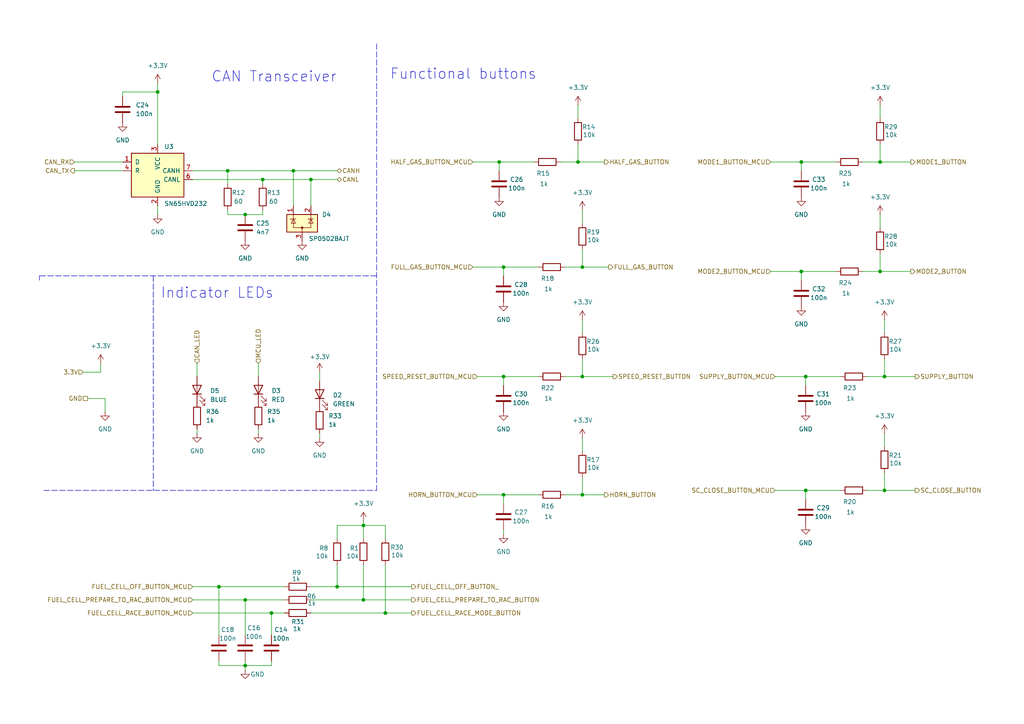
<source format=kicad_sch>
(kicad_sch (version 20250114) (generator "eeschema") (generator_version "9.0")
  (paper "A4")
  (title_block (title "Steering_wheel_unit_io") (date "2025-03-22"))
  (lib_symbols
    (symbol "+3.3V_1" (power) (pin_numbers (hide yes)) (pin_names (offset 0) (hide yes))
      (property "Value" "+3.3V" (at 0 3.556 0))
      (symbol "+3.3V_1_0_1"
        (polyline (pts (xy -0.762 1.27) (xy 0 2.54)))
        (polyline (pts (xy 0 2.54) (xy 0.762 1.27)))
        (polyline (pts (xy 0 0) (xy 0 2.54)))
      )
      (symbol "+3.3V_1_1_1"
        (pin power_in line (at 0 0 90) (length 0) (name "~") (number "1"))
      )
    )
    (symbol "+3.3V_2" (power) (pin_numbers (hide yes)) (pin_names (offset 0) (hide yes))
      (property "Value" "+3.3V" (at 0 3.556 0))
      (symbol "+3.3V_2_0_1"
        (polyline (pts (xy -0.762 1.27) (xy 0 2.54)))
        (polyline (pts (xy 0 2.54) (xy 0.762 1.27)))
        (polyline (pts (xy 0 0) (xy 0 2.54)))
      )
      (symbol "+3.3V_2_1_1"
        (pin power_in line (at 0 0 90) (length 0) (name "~") (number "1"))
      )
    )
    (symbol "+3.3V_3" (power) (pin_numbers (hide yes)) (pin_names (offset 0) (hide yes))
      (property "Value" "+3.3V" (at 0 3.556 0))
      (symbol "+3.3V_3_0_1"
        (polyline (pts (xy -0.762 1.27) (xy 0 2.54)))
        (polyline (pts (xy 0 2.54) (xy 0.762 1.27)))
        (polyline (pts (xy 0 0) (xy 0 2.54)))
      )
      (symbol "+3.3V_3_1_1"
        (pin power_in line (at 0 0 90) (length 0) (name "~") (number "1"))
      )
    )
    (symbol "+3.3V_4" (power) (pin_numbers (hide yes)) (pin_names (offset 0) (hide yes))
      (property "Value" "+3.3V" (at 0 3.556 0))
      (symbol "+3.3V_4_0_1"
        (polyline (pts (xy -0.762 1.27) (xy 0 2.54)))
        (polyline (pts (xy 0 2.54) (xy 0.762 1.27)))
        (polyline (pts (xy 0 0) (xy 0 2.54)))
      )
      (symbol "+3.3V_4_1_1"
        (pin power_in line (at 0 0 90) (length 0) (name "~") (number "1"))
      )
    )
    (symbol "Device:C" (pin_numbers (hide yes)) (pin_names (offset 0.254))
      (property "Reference" "C" (at 0.635 2.54 0))
      (property "Value" "C" (at 0.635 -2.54 0))
      (symbol "C_0_1"
        (polyline (pts (xy -2.032 0.762) (xy 2.032 0.762)) (stroke (width 0.508)))
        (polyline (pts (xy -2.032 -0.762) (xy 2.032 -0.762)) (stroke (width 0.508)))
      )
      (symbol "C_1_1"
        (pin passive line (at 0 3.81 270) (length 2.794) (name "~") (number "1"))
        (pin passive line (at 0 -3.81 90) (length 2.794) (name "~") (number "2"))
      )
    )
    (symbol "Device:LED" (pin_numbers (hide yes)) (pin_names (offset 1.016) (hide yes))
      (property "Reference" "D" (at 0 2.54 0))
      (property "Value" "LED" (at 0 -2.54 0))
      (symbol "LED_0_1"
        (polyline (pts (xy -3.048 -0.762) (xy -4.572 -2.286) (xy -3.81 -2.286) (xy -4.572 -2.286) (xy -4.572 -1.524)))
        (polyline (pts (xy -1.778 -0.762) (xy -3.302 -2.286) (xy -2.54 -2.286) (xy -3.302 -2.286) (xy -3.302 -1.524)))
        (polyline (pts (xy -1.27 0) (xy 1.27 0)))
        (polyline (pts (xy -1.27 -1.27) (xy -1.27 1.27)) (stroke (width 0.254)))
        (polyline (pts (xy 1.27 -1.27) (xy 1.27 1.27) (xy -1.27 0) (xy 1.27 -1.27)) (stroke (width 0.254)))
      )
      (symbol "LED_1_1"
        (pin passive line (at -3.81 0 0) (length 2.54) (name "K") (number "1"))
        (pin passive line (at 3.81 0 180) (length 2.54) (name "A") (number "2"))
      )
    )
    (symbol "Device:R" (pin_numbers (hide yes)) (pin_names (offset 0))
      (property "Reference" "R" (at 2.032 0 90))
      (property "Value" "R" (at 0 0 90))
      (symbol "R_0_1"
        (rectangle (start -1.016 -2.54) (end 1.016 2.54) (stroke (width 0.254)))
      )
      (symbol "R_1_1"
        (pin passive line (at 0 3.81 270) (length 1.27) (name "~") (number "1"))
        (pin passive line (at 0 -3.81 90) (length 1.27) (name "~") (number "2"))
      )
    )
    (symbol "GND_1" (power) (pin_numbers (hide yes)) (pin_names (offset 0) (hide yes))
      (property "Value" "GND" (at 0 -3.81 0))
      (symbol "GND_1_0_1"
        (polyline (pts (xy 0 0) (xy 0 -1.27) (xy 1.27 -1.27) (xy 0 -2.54) (xy -1.27 -1.27) (xy 0 -1.27)))
      )
      (symbol "GND_1_1_1"
        (pin power_in line (at 0 0 270) (length 0) (name "~") (number "1"))
      )
    )
    (symbol "GND_2" (power) (pin_numbers (hide yes)) (pin_names (offset 0) (hide yes))
      (property "Value" "GND" (at 0 -3.81 0))
      (symbol "GND_2_0_1"
        (polyline (pts (xy 0 0) (xy 0 -1.27) (xy 1.27 -1.27) (xy 0 -2.54) (xy -1.27 -1.27) (xy 0 -1.27)))
      )
      (symbol "GND_2_1_1"
        (pin power_in line (at 0 0 270) (length 0) (name "~") (number "1"))
      )
    )
    (symbol "GND_3" (power) (pin_numbers (hide yes)) (pin_names (offset 0) (hide yes))
      (property "Value" "GND" (at 0 -3.81 0))
      (symbol "GND_3_0_1"
        (polyline (pts (xy 0 0) (xy 0 -1.27) (xy 1.27 -1.27) (xy 0 -2.54) (xy -1.27 -1.27) (xy 0 -1.27)))
      )
      (symbol "GND_3_1_1"
        (pin power_in line (at 0 0 270) (length 0) (name "~") (number "1"))
      )
    )
    (symbol "Interface_CAN_LIN:SN65HVD232" (pin_names (offset 1.016))
      (property "Reference" "U" (at -2.54 10.16 0))
      (property "Value" "SN65HVD232" (at -2.54 7.62 0))
      (symbol "SN65HVD232_0_1"
        (rectangle (start -7.62 5.08) (end 7.62 -7.62) (stroke (width 0.254)) (fill (type background)))
      )
      (symbol "SN65HVD232_1_1"
        (pin input line (at -10.16 2.54 0) (length 2.54) (name "D") (number "1"))
        (pin output line (at -10.16 0 0) (length 2.54) (name "R") (number "4"))
        (pin no_connect line (at -7.62 -2.54 0) (length 2.54) (hide yes) (name "NC") (number "5"))
        (pin no_connect line (at -7.62 -5.08 0) (length 2.54) (hide yes) (name "NC") (number "8"))
        (pin power_in line (at 0 7.62 270) (length 2.54) (name "VCC") (number "3"))
        (pin power_in line (at 0 -10.16 90) (length 2.54) (name "GND") (number "2"))
        (pin bidirectional line (at 10.16 0 180) (length 2.54) (name "CANH") (number "7"))
        (pin bidirectional line (at 10.16 -2.54 180) (length 2.54) (name "CANL") (number "6"))
      )
    )
    (symbol "Power_Protection:SP0502BAJT" (pin_names (hide yes))
      (property "Reference" "D" (at 5.715 2.54 0))
      (property "Value" "SP0502BAJT" (at 5.715 0.635 0))
      (symbol "SP0502BAJT_0_0"
        (pin passive line (at 0 -5.08 90) (length 2.54) (name "A") (number "3"))
      )
      (symbol "SP0502BAJT_0_1"
        (rectangle (start -4.445 2.54) (end 4.445 -2.54) (stroke (width 0.254)) (fill (type background)))
        (polyline (pts (xy -3.302 1.016) (xy -3.302 1.27) (xy -1.905 1.27) (xy -1.778 1.27)))
        (polyline (pts (xy -2.54 2.54) (xy -2.54 1.27)))
        (polyline (pts (xy -2.54 1.27) (xy -2.54 -1.27) (xy 2.54 -1.27) (xy 2.54 1.27)))
        (polyline (pts (xy -2.54 1.27) (xy -1.905 0) (xy -3.175 0) (xy -2.54 1.27)))
        (polyline (pts (xy 0 -1.27) (xy 0 -2.54)))
        (circle (center 0 -1.27) (radius 0.254) (fill (type outline)))
        (polyline (pts (xy 1.778 1.016) (xy 1.778 1.27) (xy 3.175 1.27) (xy 3.302 1.27)))
        (polyline (pts (xy 2.54 2.54) (xy 2.54 1.27)))
        (polyline (pts (xy 2.54 1.27) (xy 1.905 0) (xy 3.175 0) (xy 2.54 1.27)))
      )
      (symbol "SP0502BAJT_1_1"
        (pin passive line (at -2.54 5.08 270) (length 2.54) (name "K") (number "1"))
        (pin passive line (at 2.54 5.08 270) (length 2.54) (name "K") (number "2"))
      )
    )
    (symbol "power:+3.3V" (power) (pin_numbers (hide yes)) (pin_names (offset 0) (hide yes))
      (property "Value" "+3.3V" (at 0 3.556 0))
      (symbol "+3.3V_0_1"
        (polyline (pts (xy -0.762 1.27) (xy 0 2.54)))
        (polyline (pts (xy 0 2.54) (xy 0.762 1.27)))
        (polyline (pts (xy 0 0) (xy 0 2.54)))
      )
      (symbol "+3.3V_1_1"
        (pin power_in line (at 0 0 90) (length 0) (name "~") (number "1"))
      )
    )
    (symbol "power:GND" (power) (pin_numbers (hide yes)) (pin_names (offset 0) (hide yes))
      (property "Value" "GND" (at 0 -3.81 0))
      (symbol "GND_0_1"
        (polyline (pts (xy 0 0) (xy 0 -1.27) (xy 1.27 -1.27) (xy 0 -2.54) (xy -1.27 -1.27) (xy 0 -1.27)))
      )
      (symbol "GND_1_1"
        (pin power_in line (at 0 0 270) (length 0) (name "~") (number "1"))
      )
    )
  )
  (text "Functional buttons" (at 134.366 21.59 0) (effects (font (size 3 3))))
  (text "Indicator LEDs\n" (at 62.992 85.09 0) (effects (font (size 3 3))))
  (text "CAN Transceiver\n" (at 79.502 22.352 0) (effects (font (size 3 3))))
  (junction (at 255.27 46.99))
  (junction (at 233.68 109.22))
  (junction (at 146.05 109.22))
  (junction (at 71.12 62.23))
  (junction (at 85.09 49.53))
  (junction (at 97.79 170.18))
  (junction (at 71.12 193.04))
  (junction (at 168.91 109.22))
  (junction (at 45.72 26.67))
  (junction (at 233.68 142.24))
  (junction (at 256.54 109.22))
  (junction (at 71.12 173.99))
  (junction (at 105.41 173.99))
  (junction (at 232.41 78.74))
  (junction (at 144.78 46.99))
  (junction (at 105.41 152.4))
  (junction (at 168.91 143.51))
  (junction (at 232.41 46.99))
  (junction (at 111.76 177.8))
  (junction (at 168.91 77.47))
  (junction (at 146.05 77.47))
  (junction (at 63.5 170.18))
  (junction (at 167.64 46.99))
  (junction (at 66.04 49.53))
  (junction (at 146.05 143.51))
  (junction (at 76.2 52.07))
  (junction (at 90.17 52.07))
  (junction (at 256.54 142.24))
  (junction (at 78.74 177.8))
  (junction (at 255.27 78.74))
  (wire (pts (xy 232.41 78.74) (xy 232.41 81.28)))
  (wire (pts (xy 223.52 46.99) (xy 232.41 46.99)))
  (wire (pts (xy 255.27 62.23) (xy 255.27 66.04)))
  (wire (pts (xy 57.15 124.46) (xy 57.15 125.73)))
  (wire (pts (xy 137.16 46.99) (xy 144.78 46.99)))
  (wire (pts (xy 97.79 163.83) (xy 97.79 170.18)))
  (wire (pts (xy 71.12 62.23) (xy 76.2 62.23)))
  (wire (pts (xy 168.91 77.47) (xy 176.53 77.47)))
  (wire (pts (xy 168.91 138.43) (xy 168.91 143.51)))
  (wire (pts (xy 163.83 77.47) (xy 168.91 77.47)))
  (wire (pts (xy 146.05 153.67) (xy 146.05 154.94)))
  (wire (pts (xy 250.19 78.74) (xy 255.27 78.74)))
  (wire (pts (xy 21.59 49.53) (xy 35.56 49.53)))
  (wire (pts (xy 76.2 52.07) (xy 76.2 53.34)))
  (wire (pts (xy 74.93 105.41) (xy 74.93 109.22)))
  (wire (pts (xy 163.83 109.22) (xy 168.91 109.22)))
  (wire (pts (xy 111.76 163.83) (xy 111.76 177.8)))
  (wire (pts (xy 105.41 173.99) (xy 119.38 173.99)))
  (wire (pts (xy 156.21 143.51) (xy 146.05 143.51)))
  (wire (pts (xy 105.41 152.4) (xy 105.41 156.21)))
  (wire (pts (xy 111.76 177.8) (xy 119.38 177.8)))
  (wire (pts (xy 223.52 78.74) (xy 232.41 78.74)))
  (wire (pts (xy 242.57 46.99) (xy 232.41 46.99)))
  (wire (pts (xy 168.91 60.96) (xy 168.91 64.77)))
  (wire (pts (xy 71.12 193.04) (xy 71.12 191.77)))
  (wire (pts (xy 224.79 142.24) (xy 233.68 142.24)))
  (wire (pts (xy 146.05 77.47) (xy 146.05 80.01)))
  (wire (pts (xy 138.43 143.51) (xy 146.05 143.51)))
  (wire (pts (xy 167.64 46.99) (xy 175.26 46.99)))
  (wire (pts (xy 66.04 49.53) (xy 66.04 53.34)))
  (wire (pts (xy 30.48 115.57) (xy 30.48 119.38)))
  (wire (pts (xy 92.71 125.73) (xy 92.71 127)))
  (wire (pts (xy 167.64 41.91) (xy 167.64 46.99)))
  (polyline (pts (xy 11.43 80.01) (xy 11.43 81.28)) (stroke (width 0) (type dash)))
  (wire (pts (xy 97.79 170.18) (xy 119.38 170.18)))
  (wire (pts (xy 168.91 92.71) (xy 168.91 96.52)))
  (wire (pts (xy 35.56 26.67) (xy 45.72 26.67)))
  (wire (pts (xy 63.5 170.18) (xy 63.5 184.15)))
  (wire (pts (xy 21.59 46.99) (xy 35.56 46.99)))
  (wire (pts (xy 255.27 78.74) (xy 264.16 78.74)))
  (wire (pts (xy 71.12 193.04) (xy 71.12 194.31)))
  (wire (pts (xy 233.68 109.22) (xy 233.68 111.76)))
  (wire (pts (xy 90.17 173.99) (xy 105.41 173.99)))
  (wire (pts (xy 90.17 177.8) (xy 111.76 177.8)))
  (wire (pts (xy 256.54 92.71) (xy 256.54 96.52)))
  (wire (pts (xy 92.71 107.95) (xy 92.71 110.49)))
  (wire (pts (xy 255.27 73.66) (xy 255.27 78.74)))
  (wire (pts (xy 74.93 124.46) (xy 74.93 125.73)))
  (wire (pts (xy 137.16 77.47) (xy 146.05 77.47)))
  (wire (pts (xy 232.41 46.99) (xy 232.41 49.53)))
  (wire (pts (xy 78.74 193.04) (xy 71.12 193.04)))
  (wire (pts (xy 24.13 107.95) (xy 29.21 107.95)))
  (wire (pts (xy 78.74 177.8) (xy 82.55 177.8)))
  (wire (pts (xy 71.12 173.99) (xy 82.55 173.99)))
  (wire (pts (xy 168.91 127) (xy 168.91 130.81)))
  (wire (pts (xy 168.91 109.22) (xy 177.8 109.22)))
  (wire (pts (xy 144.78 46.99) (xy 144.78 49.53)))
  (wire (pts (xy 167.64 30.48) (xy 167.64 34.29)))
  (wire (pts (xy 168.91 143.51) (xy 175.26 143.51)))
  (wire (pts (xy 63.5 193.04) (xy 71.12 193.04)))
  (wire (pts (xy 256.54 104.14) (xy 256.54 109.22)))
  (wire (pts (xy 85.09 49.53) (xy 85.09 59.69)))
  (wire (pts (xy 55.88 52.07) (xy 76.2 52.07)))
  (wire (pts (xy 250.19 46.99) (xy 255.27 46.99)))
  (polyline (pts (xy 109.22 80.01) (xy 11.43 80.01)) (stroke (width 0) (type dash)))
  (wire (pts (xy 55.88 170.18) (xy 63.5 170.18)))
  (wire (pts (xy 78.74 177.8) (xy 78.74 184.15)))
  (wire (pts (xy 168.91 104.14) (xy 168.91 109.22)))
  (polyline (pts (xy 44.45 80.01) (xy 44.45 142.24)) (stroke (width 0) (type dash)))
  (wire (pts (xy 97.79 152.4) (xy 105.41 152.4)))
  (wire (pts (xy 66.04 62.23) (xy 71.12 62.23)))
  (wire (pts (xy 105.41 152.4) (xy 111.76 152.4)))
  (wire (pts (xy 154.94 46.99) (xy 144.78 46.99)))
  (wire (pts (xy 90.17 52.07) (xy 97.79 52.07)))
  (polyline (pts (xy 12.7 142.24) (xy 109.22 142.24)) (stroke (width 0) (type dash)))
  (wire (pts (xy 156.21 109.22) (xy 146.05 109.22)))
  (wire (pts (xy 55.88 177.8) (xy 78.74 177.8)))
  (wire (pts (xy 76.2 52.07) (xy 90.17 52.07)))
  (wire (pts (xy 57.15 105.41) (xy 57.15 109.22)))
  (wire (pts (xy 146.05 143.51) (xy 146.05 146.05)))
  (wire (pts (xy 66.04 49.53) (xy 85.09 49.53)))
  (wire (pts (xy 168.91 72.39) (xy 168.91 77.47)))
  (wire (pts (xy 162.56 46.99) (xy 167.64 46.99)))
  (wire (pts (xy 251.46 142.24) (xy 256.54 142.24)))
  (wire (pts (xy 35.56 27.94) (xy 35.56 26.67)))
  (wire (pts (xy 243.84 109.22) (xy 233.68 109.22)))
  (wire (pts (xy 63.5 191.77) (xy 63.5 193.04)))
  (wire (pts (xy 256.54 137.16) (xy 256.54 142.24)))
  (wire (pts (xy 242.57 78.74) (xy 232.41 78.74)))
  (wire (pts (xy 255.27 46.99) (xy 264.16 46.99)))
  (wire (pts (xy 55.88 49.53) (xy 66.04 49.53)))
  (wire (pts (xy 146.05 109.22) (xy 146.05 111.76)))
  (wire (pts (xy 63.5 170.18) (xy 82.55 170.18)))
  (wire (pts (xy 45.72 24.13) (xy 45.72 26.67)))
  (wire (pts (xy 111.76 152.4) (xy 111.76 156.21)))
  (wire (pts (xy 97.79 152.4) (xy 97.79 156.21)))
  (wire (pts (xy 71.12 173.99) (xy 71.12 184.15)))
  (wire (pts (xy 255.27 41.91) (xy 255.27 46.99)))
  (wire (pts (xy 251.46 109.22) (xy 256.54 109.22)))
  (wire (pts (xy 90.17 52.07) (xy 90.17 59.69)))
  (wire (pts (xy 85.09 49.53) (xy 97.79 49.53)))
  (wire (pts (xy 45.72 26.67) (xy 45.72 41.91)))
  (wire (pts (xy 256.54 125.73) (xy 256.54 129.54)))
  (wire (pts (xy 25.4 115.57) (xy 30.48 115.57)))
  (wire (pts (xy 78.74 191.77) (xy 78.74 193.04)))
  (wire (pts (xy 55.88 173.99) (xy 71.12 173.99)))
  (wire (pts (xy 156.21 77.47) (xy 146.05 77.47)))
  (wire (pts (xy 256.54 109.22) (xy 265.43 109.22)))
  (wire (pts (xy 45.72 59.69) (xy 45.72 62.23)))
  (wire (pts (xy 255.27 30.48) (xy 255.27 34.29)))
  (wire (pts (xy 163.83 143.51) (xy 168.91 143.51)))
  (wire (pts (xy 29.21 105.41) (xy 29.21 107.95)))
  (wire (pts (xy 224.79 109.22) (xy 233.68 109.22)))
  (wire (pts (xy 90.17 170.18) (xy 97.79 170.18)))
  (wire (pts (xy 66.04 62.23) (xy 66.04 60.96)))
  (polyline (pts (xy 109.22 12.7) (xy 109.22 142.24)) (stroke (width 0) (type dash)))
  (wire (pts (xy 76.2 62.23) (xy 76.2 60.96)))
  (wire (pts (xy 105.41 173.99) (xy 105.41 163.83)))
  (wire (pts (xy 138.43 109.22) (xy 146.05 109.22)))
  (wire (pts (xy 233.68 142.24) (xy 233.68 144.78)))
  (wire (pts (xy 243.84 142.24) (xy 233.68 142.24)))
  (wire (pts (xy 256.54 142.24) (xy 265.43 142.24)))
  (wire (pts (xy 105.41 151.13) (xy 105.41 152.4)))
  (hierarchical_label "SC_CLOSE_BUTTON_MCU" (shape input) (at 224.79 142.24 180))
  (hierarchical_label "MODE2_BUTTON" (shape output) (at 264.16 78.74 0))
  (hierarchical_label "FUEL_CELL_RACE_BUTTON_MCU" (shape input) (at 55.88 177.8 180))
  (hierarchical_label "SUPPLY_BUTTON" (shape output) (at 265.43 109.22 0))
  (hierarchical_label "MODE1_BUTTON_MCU" (shape input) (at 223.52 46.99 180))
  (hierarchical_label "FUEL_CELL_OFF_BUTTON_" (shape output) (at 119.38 170.18 0))
  (hierarchical_label "SC_CLOSE_BUTTON" (shape output) (at 265.43 142.24 0))
  (hierarchical_label "MODE1_BUTTON" (shape output) (at 264.16 46.99 0))
  (hierarchical_label "SPEED_RESET_BUTTON" (shape output) (at 177.8 109.22 0))
  (hierarchical_label "SPEED_RESET_BUTTON_MCU" (shape input) (at 138.43 109.22 180))
  (hierarchical_label "MCU_LED" (shape input) (at 74.93 105.41 90))
  (hierarchical_label "GND" (shape passive) (at 25.4 115.57 180))
  (hierarchical_label "MODE2_BUTTON_MCU" (shape input) (at 223.52 78.74 180))
  (hierarchical_label "FUEL_CELL_OFF_BUTTON_MCU" (shape input) (at 55.88 170.18 180))
  (hierarchical_label "HALF_GAS_BUTTON" (shape output) (at 175.26 46.99 0))
  (hierarchical_label "CANH" (shape bidirectional) (at 97.79 49.53 0))
  (hierarchical_label "CAN_RX" (shape input) (at 21.59 46.99 180))
  (hierarchical_label "FULL_GAS_BUTTON" (shape output) (at 176.53 77.47 0))
  (hierarchical_label "CAN_TX" (shape output) (at 21.59 49.53 180))
  (hierarchical_label "CAN_LED" (shape input) (at 57.15 105.41 90))
  (hierarchical_label "HORN_BUTTON_MCU" (shape input) (at 138.43 143.51 180))
  (hierarchical_label "HORN_BUTTON" (shape output) (at 175.26 143.51 0))
  (hierarchical_label "FUEL_CELL_RACE_MODE_BUTTON" (shape output) (at 119.38 177.8 0))
  (hierarchical_label "SUPPLY_BUTTON_MCU" (shape input) (at 224.79 109.22 180))
  (hierarchical_label "CANL" (shape bidirectional) (at 97.79 52.07 0))
  (hierarchical_label "HALF_GAS_BUTTON_MCU" (shape input) (at 137.16 46.99 180))
  (hierarchical_label "FUEL_CELL_PREPARE_TO_RAC_BUTTON" (shape output) (at 119.38 173.99 0))
  (hierarchical_label "FULL_GAS_BUTTON_MCU" (shape input) (at 137.16 77.47 180))
  (hierarchical_label "3.3V" (shape input) (at 24.13 107.95 180))
  (hierarchical_label "FUEL_CELL_PREPARE_TO_RAC_BUTTON_MCU" (shape input) (at 55.88 173.99 180))
  (symbol (lib_id "Device:R") (at 246.38 46.99 90) (unit 1)
    (property "Reference" "R25" (at 247.142 50.292 90) (effects (justify left)))
    (property "Value" "1k" (at 246.634 53.34 90) (effects (justify left)))
    (property "Footprint" "Resistor_SMD:R_1206_3216Metric" (effects (hide yes)))
  )
  (symbol (lib_id "Device:R") (at 97.79 160.02 180) (unit 1)
    (property "Reference" "R8" (at 95.25 159.004 0) (effects (justify left)))
    (property "Value" "10k" (at 95.25 161.29 0) (effects (justify left)))
    (property "Footprint" "Resistor_SMD:R_1206_3216Metric" (effects (hide yes)))
  )
  (symbol (lib_id "Device:LED") (at 92.71 114.3 90) (unit 1)
    (property "Reference" "D2" (at 96.52 114.6174 90) (effects (justify right)))
    (property "Value" "GREEN" (at 96.52 117.1574 90) (effects (justify right)))
    (property "Footprint" "LED_SMD:LED_1206_3216Metric" (effects (hide yes)))
    (property "Description" "Light emitting diode" (effects (hide yes)))
    (property "Sim.Pins" "1=K 2=A" (effects (hide yes)))
  )
  (symbol (lib_name "GND_2") (lib_id "power:GND") (at 30.48 119.38 0) (unit 1)
    (property "Reference" "#PWR037" (effects (hide yes)))
    (property "Value" "GND" (at 30.48 124.46 0))
    (property "Description" "Power symbol creates a global label with name \"GND\" , ground" (effects (hide yes)))
  )
  (symbol (lib_name "+3.3V_2") (lib_id "power:+3.3V") (at 255.27 30.48 0) (unit 1)
    (property "Reference" "#PWR053" (effects (hide yes)))
    (property "Value" "+3.3V" (at 255.27 25.4 0))
    (property "Description" "Power symbol creates a global label with name \"+3.3V\"" (effects (hide yes)))
  )
  (symbol (lib_name "GND_2") (lib_id "power:GND") (at 233.68 152.4 0) (unit 1)
    (property "Reference" "#PWR043" (effects (hide yes)))
    (property "Value" "GND" (at 233.68 157.48 0))
    (property "Description" "Power symbol creates a global label with name \"GND\" , ground" (effects (hide yes)))
  )
  (symbol (lib_id "Device:R") (at 66.04 57.15 180) (unit 1)
    (property "Reference" "R12" (at 71.12 55.88 0) (effects (justify left)))
    (property "Value" "60" (at 70.485 58.42 0) (effects (justify left)))
    (property "Footprint" "Resistor_SMD:R_1206_3216Metric" (effects (hide yes)))
  )
  (symbol (lib_id "Device:R") (at 167.64 38.1 180) (unit 1)
    (property "Reference" "R14" (at 172.72 36.83 0) (effects (justify left)))
    (property "Value" "10k" (at 172.72 39.116 0) (effects (justify left)))
    (property "Footprint" "Resistor_SMD:R_1206_3216Metric" (effects (hide yes)))
  )
  (symbol (lib_name "GND_2") (lib_id "power:GND") (at 35.56 35.56 0) (unit 1)
    (property "Reference" "#PWR030" (effects (hide yes)))
    (property "Value" "GND" (at 35.56 40.64 0))
    (property "Description" "Power symbol creates a global label with name \"GND\" , ground" (effects (hide yes)))
  )
  (symbol (lib_name "+3.3V_3") (lib_id "power:+3.3V") (at 105.41 151.13 0) (unit 1)
    (property "Reference" "#PWR054" (effects (hide yes)))
    (property "Value" "+3.3V" (at 105.41 146.05 0))
    (property "Description" "Power symbol creates a global label with name \"+3.3V\"" (effects (hide yes)))
  )
  (symbol (lib_name "GND_1") (lib_id "power:GND") (at 71.12 194.31 0) (unit 1)
    (property "Reference" "#PWR061" (effects (hide yes)))
    (property "Value" "GND" (at 74.676 195.58 0))
    (property "Description" "Power symbol creates a global label with name \"GND\" , ground" (effects (hide yes)))
  )
  (symbol (lib_id "Device:R") (at 105.41 160.02 180) (unit 1)
    (property "Reference" "R1" (at 104.14 159.004 0) (effects (justify left)))
    (property "Value" "10k" (at 104.14 161.29 0) (effects (justify left)))
    (property "Footprint" "Resistor_SMD:R_1206_3216Metric" (effects (hide yes)))
  )
  (symbol (lib_name "+3.3V_1") (lib_id "power:+3.3V") (at 167.64 30.48 0) (unit 1)
    (property "Reference" "#PWR040" (effects (hide yes)))
    (property "Value" "+3.3V" (at 167.64 25.4 0))
    (property "Description" "Power symbol creates a global label with name \"+3.3V\"" (effects (hide yes)))
  )
  (symbol (lib_id "Device:R") (at 86.36 177.8 90) (unit 1)
    (property "Reference" "R31" (at 88.392 180.34 90) (effects (justify left)))
    (property "Value" "1k" (at 87.376 182.372 90) (effects (justify left)))
    (property "Footprint" "Resistor_SMD:R_1206_3216Metric" (effects (hide yes)))
  )
  (symbol (lib_id "Interface_CAN_LIN:SN65HVD232") (at 45.72 49.53 0) (unit 1)
    (property "Reference" "U3" (at 47.625 42.545 0) (effects (justify left)))
    (property "Value" "SN65HVD232" (at 47.625 59.055 0) (effects (justify left)))
    (property "Footprint" "Package_SO:SOIC-8_3.9x4.9mm_P1.27mm" (effects (hide yes)))
    (property "Datasheet" "http://www.ti.com/lit/ds/symlink/sn65hvd230.pdf" (effects (hide yes)))
  )
  (symbol (lib_id "Device:C") (at 71.12 66.04 0) (unit 1)
    (property "Reference" "C25" (at 76.2 64.77 0))
    (property "Value" "4n7" (at 76.2 67.31 0))
    (property "Footprint" "Capacitor_SMD:C_1206_3216Metric" (effects (hide yes)))
  )
  (symbol (lib_id "Device:C") (at 232.41 85.09 0) (unit 1)
    (property "Reference" "C32" (at 237.49 83.82 0))
    (property "Value" "100n" (at 237.49 86.36 0))
    (property "Footprint" "Capacitor_SMD:C_1206_3216Metric" (effects (hide yes)))
  )
  (symbol (lib_id "Device:C") (at 78.74 187.96 0) (unit 1)
    (property "Reference" "C14" (at 81.534 182.626 0))
    (property "Value" "100n" (at 81.534 185.166 0))
    (property "Footprint" "Capacitor_SMD:C_1206_3216Metric" (effects (hide yes)))
  )
  (symbol (lib_id "Device:LED") (at 74.93 113.03 90) (unit 1)
    (property "Reference" "D3" (at 78.74 113.3474 90) (effects (justify right)))
    (property "Value" "RED" (at 78.74 115.8874 90) (effects (justify right)))
    (property "Footprint" "LED_SMD:LED_1206_3216Metric" (effects (hide yes)))
    (property "Description" "Light emitting diode" (effects (hide yes)))
    (property "Sim.Pins" "1=K 2=A" (effects (hide yes)))
  )
  (symbol (lib_name "+3.3V_2") (lib_id "power:+3.3V") (at 256.54 92.71 0) (unit 1)
    (property "Reference" "#PWR046" (effects (hide yes)))
    (property "Value" "+3.3V" (at 256.54 87.63 0))
    (property "Description" "Power symbol creates a global label with name \"+3.3V\"" (effects (hide yes)))
  )
  (symbol (lib_id "Device:R") (at 92.71 121.92 0) (unit 1)
    (property "Reference" "R33" (at 95.25 120.6499 0) (effects (justify left)))
    (property "Value" "1k" (at 95.25 123.1899 0) (effects (justify left)))
    (property "Footprint" "Resistor_SMD:R_1206_3216Metric" (effects (hide yes)))
  )
  (symbol (lib_id "Device:C") (at 146.05 115.57 0) (unit 1)
    (property "Reference" "C30" (at 151.13 114.3 0))
    (property "Value" "100n" (at 151.13 116.84 0))
    (property "Footprint" "Capacitor_SMD:C_1206_3216Metric" (effects (hide yes)))
  )
  (symbol (lib_id "Device:C") (at 63.5 187.96 0) (unit 1)
    (property "Reference" "C18" (at 66.04 182.626 0))
    (property "Value" "100n" (at 66.04 185.166 0))
    (property "Footprint" "Capacitor_SMD:C_1206_3216Metric" (effects (hide yes)))
  )
  (symbol (lib_id "power:+3.3V") (at 92.71 107.95 0) (unit 1)
    (property "Reference" "#PWR082" (effects (hide yes)))
    (property "Value" "+3.3V" (at 92.71 103.505 0))
  )
  (symbol (lib_name "GND_2") (lib_id "power:GND") (at 45.72 62.23 0) (unit 1)
    (property "Reference" "#PWR032" (effects (hide yes)))
    (property "Value" "GND" (at 45.72 67.31 0))
    (property "Description" "Power symbol creates a global label with name \"GND\" , ground" (effects (hide yes)))
  )
  (symbol (lib_name "+3.3V_2") (lib_id "power:+3.3V") (at 168.91 60.96 0) (unit 1)
    (property "Reference" "#PWR044" (effects (hide yes)))
    (property "Value" "+3.3V" (at 168.91 55.88 0))
    (property "Description" "Power symbol creates a global label with name \"+3.3V\"" (effects (hide yes)))
  )
  (symbol (lib_name "GND_2") (lib_id "power:GND") (at 233.68 119.38 0) (unit 1)
    (property "Reference" "#PWR045" (effects (hide yes)))
    (property "Value" "GND" (at 233.68 124.46 0))
    (property "Description" "Power symbol creates a global label with name \"GND\" , ground" (effects (hide yes)))
  )
  (symbol (lib_id "Device:R") (at 86.36 170.18 90) (unit 1)
    (property "Reference" "R9" (at 87.376 166.116 90) (effects (justify left)))
    (property "Value" "1k" (at 87.122 167.894 90) (effects (justify left)))
    (property "Footprint" "Resistor_SMD:R_1206_3216Metric" (effects (hide yes)))
  )
  (symbol (lib_id "Power_Protection:SP0502BAJT") (at 87.63 64.77 0) (unit 1)
    (property "Reference" "D4" (at 93.345 62.23 0) (effects (justify left)))
    (property "Value" "SP0502BAJT" (at 89.535 69.215 0) (effects (justify left)))
    (property "Footprint" "Package_TO_SOT_SMD:SOT-323_SC-70" (effects (hide yes)))
    (property "Datasheet" "http://www.littelfuse.com/~/media/files/littelfuse/technical%20resources/documents/data%20sheets/sp05xxba.pdf" (effects (hide yes)))
  )
  (symbol (lib_id "Device:R") (at 160.02 109.22 90) (unit 1)
    (property "Reference" "R22" (at 160.782 112.522 90) (effects (justify left)))
    (property "Value" "1k" (at 160.274 115.57 90) (effects (justify left)))
    (property "Footprint" "Resistor_SMD:R_1206_3216Metric" (effects (hide yes)))
  )
  (symbol (lib_id "Device:C") (at 233.68 148.59 0) (unit 1)
    (property "Reference" "C29" (at 238.76 147.32 0))
    (property "Value" "100n" (at 238.76 149.86 0))
    (property "Footprint" "Capacitor_SMD:C_1206_3216Metric" (effects (hide yes)))
  )
  (symbol (lib_name "+3.3V_4") (lib_id "power:+3.3V") (at 29.21 105.41 0) (unit 1)
    (property "Reference" "#PWR049" (effects (hide yes)))
    (property "Value" "+3.3V" (at 29.21 100.33 0))
    (property "Description" "Power symbol creates a global label with name \"+3.3V\"" (effects (hide yes)))
  )
  (symbol (lib_id "Device:C") (at 146.05 83.82 0) (unit 1)
    (property "Reference" "C28" (at 151.13 82.55 0))
    (property "Value" "100n" (at 151.13 85.09 0))
    (property "Footprint" "Capacitor_SMD:C_1206_3216Metric" (effects (hide yes)))
  )
  (symbol (lib_id "Device:C") (at 144.78 53.34 0) (unit 1)
    (property "Reference" "C26" (at 149.86 52.07 0))
    (property "Value" "100n" (at 149.86 54.61 0))
    (property "Footprint" "Capacitor_SMD:C_1206_3216Metric" (effects (hide yes)))
  )
  (symbol (lib_id "Device:R") (at 247.65 109.22 90) (unit 1)
    (property "Reference" "R23" (at 248.412 112.522 90) (effects (justify left)))
    (property "Value" "1k" (at 247.904 115.57 90) (effects (justify left)))
    (property "Footprint" "Resistor_SMD:R_1206_3216Metric" (effects (hide yes)))
  )
  (symbol (lib_name "GND_3") (lib_id "power:GND") (at 87.63 69.85 0) (unit 1)
    (property "Reference" "#PWR034" (effects (hide yes)))
    (property "Value" "GND" (at 87.63 74.93 0))
    (property "Description" "Power symbol creates a global label with name \"GND\" , ground" (effects (hide yes)))
  )
  (symbol (lib_id "power:GND") (at 57.15 125.73 0) (unit 1)
    (property "Reference" "#PWR022" (effects (hide yes)))
    (property "Value" "GND" (at 57.15 130.81 0))
    (property "Description" "Power symbol creates a global label with name \"GND\" , ground" (effects (hide yes)))
  )
  (symbol (lib_id "Device:R") (at 76.2 57.15 180) (unit 1)
    (property "Reference" "R13" (at 81.28 55.88 0) (effects (justify left)))
    (property "Value" "60" (at 80.645 58.42 0) (effects (justify left)))
    (property "Footprint" "Resistor_SMD:R_1206_3216Metric" (effects (hide yes)))
  )
  (symbol (lib_name "+3.3V_2") (lib_id "power:+3.3V") (at 168.91 92.71 0) (unit 1)
    (property "Reference" "#PWR051" (effects (hide yes)))
    (property "Value" "+3.3V" (at 168.91 87.63 0))
    (property "Description" "Power symbol creates a global label with name \"+3.3V\"" (effects (hide yes)))
  )
  (symbol (lib_id "Device:R") (at 255.27 38.1 180) (unit 1)
    (property "Reference" "R29" (at 260.35 36.83 0) (effects (justify left)))
    (property "Value" "10k" (at 260.35 39.116 0) (effects (justify left)))
    (property "Footprint" "Resistor_SMD:R_1206_3216Metric" (effects (hide yes)))
  )
  (symbol (lib_name "GND_2") (lib_id "power:GND") (at 146.05 119.38 0) (unit 1)
    (property "Reference" "#PWR039" (effects (hide yes)))
    (property "Value" "GND" (at 146.05 124.46 0))
    (property "Description" "Power symbol creates a global label with name \"GND\" , ground" (effects (hide yes)))
  )
  (symbol (lib_id "Device:R") (at 57.15 120.65 0) (unit 1)
    (property "Reference" "R36" (at 59.69 119.3799 0) (effects (justify left)))
    (property "Value" "1k" (at 59.69 121.9199 0) (effects (justify left)))
    (property "Footprint" "Resistor_SMD:R_1206_3216Metric" (effects (hide yes)))
  )
  (symbol (lib_name "GND_2") (lib_id "power:GND") (at 146.05 87.63 0) (unit 1)
    (property "Reference" "#PWR027" (effects (hide yes)))
    (property "Value" "GND" (at 146.05 92.71 0))
    (property "Description" "Power symbol creates a global label with name \"GND\" , ground" (effects (hide yes)))
  )
  (symbol (lib_id "Device:R") (at 246.38 78.74 90) (unit 1)
    (property "Reference" "R24" (at 247.142 82.042 90) (effects (justify left)))
    (property "Value" "1k" (at 246.634 85.09 90) (effects (justify left)))
    (property "Footprint" "Resistor_SMD:R_1206_3216Metric" (effects (hide yes)))
  )
  (symbol (lib_id "Device:C") (at 71.12 187.96 0) (unit 1)
    (property "Reference" "C16" (at 73.66 182.118 0))
    (property "Value" "100n" (at 73.66 184.658 0))
    (property "Footprint" "Capacitor_SMD:C_1206_3216Metric" (effects (hide yes)))
  )
  (symbol (lib_name "GND_2") (lib_id "power:GND") (at 71.12 69.85 0) (unit 1)
    (property "Reference" "#PWR033" (effects (hide yes)))
    (property "Value" "GND" (at 71.12 74.93 0))
    (property "Description" "Power symbol creates a global label with name \"GND\" , ground" (effects (hide yes)))
  )
  (symbol (lib_id "Device:R") (at 158.75 46.99 90) (unit 1)
    (property "Reference" "R15" (at 159.512 50.292 90) (effects (justify left)))
    (property "Value" "1k" (at 159.004 53.34 90) (effects (justify left)))
    (property "Footprint" "Resistor_SMD:R_1206_3216Metric" (effects (hide yes)))
  )
  (symbol (lib_id "power:GND") (at 92.71 127 0) (unit 1)
    (property "Reference" "#PWR018" (effects (hide yes)))
    (property "Value" "GND" (at 92.71 132.08 0))
    (property "Description" "Power symbol creates a global label with name \"GND\" , ground" (effects (hide yes)))
  )
  (symbol (lib_name "+3.3V_2") (lib_id "power:+3.3V") (at 168.91 127 0) (unit 1)
    (property "Reference" "#PWR066" (effects (hide yes)))
    (property "Value" "+3.3V" (at 168.91 121.92 0))
    (property "Description" "Power symbol creates a global label with name \"+3.3V\"" (effects (hide yes)))
  )
  (symbol (lib_id "Device:LED") (at 57.15 113.03 90) (unit 1)
    (property "Reference" "D5" (at 60.96 113.3474 90) (effects (justify right)))
    (property "Value" "BLUE" (at 60.96 115.8874 90) (effects (justify right)))
    (property "Footprint" "LED_SMD:LED_1206_3216Metric" (effects (hide yes)))
    (property "Description" "Light emitting diode" (effects (hide yes)))
    (property "Sim.Pins" "1=K 2=A" (effects (hide yes)))
  )
  (symbol (lib_id "Device:R") (at 74.93 120.65 0) (unit 1)
    (property "Reference" "R35" (at 77.47 119.3799 0) (effects (justify left)))
    (property "Value" "1k" (at 77.47 121.9199 0) (effects (justify left)))
    (property "Footprint" "Resistor_SMD:R_1206_3216Metric" (effects (hide yes)))
  )
  (symbol (lib_id "Device:R") (at 256.54 100.33 180) (unit 1)
    (property "Reference" "R27" (at 261.62 99.06 0) (effects (justify left)))
    (property "Value" "10k" (at 261.62 101.346 0) (effects (justify left)))
    (property "Footprint" "Resistor_SMD:R_1206_3216Metric" (effects (hide yes)))
  )
  (symbol (lib_id "Device:R") (at 111.76 160.02 180) (unit 1)
    (property "Reference" "R30" (at 117.094 158.75 0) (effects (justify left)))
    (property "Value" "10k" (at 117.094 161.036 0) (effects (justify left)))
    (property "Footprint" "Resistor_SMD:R_1206_3216Metric" (effects (hide yes)))
  )
  (symbol (lib_id "Device:R") (at 160.02 143.51 90) (unit 1)
    (property "Reference" "R16" (at 160.782 146.812 90) (effects (justify left)))
    (property "Value" "1k" (at 160.274 149.86 90) (effects (justify left)))
    (property "Footprint" "Resistor_SMD:R_1206_3216Metric" (effects (hide yes)))
  )
  (symbol (lib_id "Device:R") (at 168.91 134.62 180) (unit 1)
    (property "Reference" "R17" (at 173.99 133.35 0) (effects (justify left)))
    (property "Value" "10k" (at 173.99 135.636 0) (effects (justify left)))
    (property "Footprint" "Resistor_SMD:R_1206_3216Metric" (effects (hide yes)))
  )
  (symbol (lib_name "GND_2") (lib_id "power:GND") (at 232.41 57.15 0) (unit 1)
    (property "Reference" "#PWR048" (effects (hide yes)))
    (property "Value" "GND" (at 232.41 62.23 0))
    (property "Description" "Power symbol creates a global label with name \"GND\" , ground" (effects (hide yes)))
  )
  (symbol (lib_name "GND_2") (lib_id "power:GND") (at 144.78 57.15 0) (unit 1)
    (property "Reference" "#PWR026" (effects (hide yes)))
    (property "Value" "GND" (at 144.78 62.23 0))
    (property "Description" "Power symbol creates a global label with name \"GND\" , ground" (effects (hide yes)))
  )
  (symbol (lib_name "+3.3V_2") (lib_id "power:+3.3V") (at 256.54 125.73 0) (unit 1)
    (property "Reference" "#PWR042" (effects (hide yes)))
    (property "Value" "+3.3V" (at 256.54 120.65 0))
    (property "Description" "Power symbol creates a global label with name \"+3.3V\"" (effects (hide yes)))
  )
  (symbol (lib_id "power:+3.3V") (at 45.72 24.13 0) (unit 1)
    (property "Reference" "#PWR031" (effects (hide yes)))
    (property "Value" "+3.3V" (at 45.72 19.05 0))
    (property "Description" "Power symbol creates a global label with name \"+3.3V\"" (effects (hide yes)))
  )
  (symbol (lib_id "Device:C") (at 232.41 53.34 0) (unit 1)
    (property "Reference" "C33" (at 237.49 52.07 0))
    (property "Value" "100n" (at 237.49 54.61 0))
    (property "Footprint" "Capacitor_SMD:C_1206_3216Metric" (effects (hide yes)))
  )
  (symbol (lib_name "GND_2") (lib_id "power:GND") (at 232.41 88.9 0) (unit 1)
    (property "Reference" "#PWR047" (effects (hide yes)))
    (property "Value" "GND" (at 232.41 93.98 0))
    (property "Description" "Power symbol creates a global label with name \"GND\" , ground" (effects (hide yes)))
  )
  (symbol (lib_id "Device:C") (at 233.68 115.57 0) (unit 1)
    (property "Reference" "C31" (at 238.76 114.3 0))
    (property "Value" "100n" (at 238.76 116.84 0))
    (property "Footprint" "Capacitor_SMD:C_1206_3216Metric" (effects (hide yes)))
  )
  (symbol (lib_id "Device:R") (at 168.91 68.58 180) (unit 1)
    (property "Reference" "R19" (at 173.99 67.31 0) (effects (justify left)))
    (property "Value" "10k" (at 173.99 69.596 0) (effects (justify left)))
    (property "Footprint" "Resistor_SMD:R_1206_3216Metric" (effects (hide yes)))
  )
  (symbol (lib_name "GND_2") (lib_id "power:GND") (at 146.05 154.94 0) (unit 1)
    (property "Reference" "#PWR041" (effects (hide yes)))
    (property "Value" "GND" (at 146.05 160.02 0))
    (property "Description" "Power symbol creates a global label with name \"GND\" , ground" (effects (hide yes)))
  )
  (symbol (lib_id "Device:R") (at 86.36 173.99 90) (unit 1)
    (property "Reference" "R6" (at 91.694 172.974 90) (effects (justify left)))
    (property "Value" "1k" (at 91.694 175.006 90) (effects (justify left)))
    (property "Footprint" "Resistor_SMD:R_1206_3216Metric" (effects (hide yes)))
  )
  (symbol (lib_id "power:GND") (at 74.93 125.73 0) (unit 1)
    (property "Reference" "#PWR021" (effects (hide yes)))
    (property "Value" "GND" (at 74.93 130.81 0))
    (property "Description" "Power symbol creates a global label with name \"GND\" , ground" (effects (hide yes)))
  )
  (symbol (lib_id "Device:C") (at 35.56 31.75 0) (unit 1)
    (property "Reference" "C24" (at 39.37 30.4799 0) (effects (justify left)))
    (property "Value" "100n" (at 39.37 33.0199 0) (effects (justify left)))
    (property "Footprint" "Capacitor_SMD:C_1206_3216Metric" (effects (hide yes)))
  )
  (symbol (lib_id "Device:R") (at 255.27 69.85 180) (unit 1)
    (property "Reference" "R28" (at 260.35 68.58 0) (effects (justify left)))
    (property "Value" "10k" (at 260.35 70.866 0) (effects (justify left)))
    (property "Footprint" "Resistor_SMD:R_1206_3216Metric" (effects (hide yes)))
  )
  (symbol (lib_id "Device:R") (at 247.65 142.24 90) (unit 1)
    (property "Reference" "R20" (at 248.412 145.542 90) (effects (justify left)))
    (property "Value" "1k" (at 247.904 148.59 90) (effects (justify left)))
    (property "Footprint" "Resistor_SMD:R_1206_3216Metric" (effects (hide yes)))
  )
  (symbol (lib_name "+3.3V_2") (lib_id "power:+3.3V") (at 255.27 62.23 0) (unit 1)
    (property "Reference" "#PWR052" (effects (hide yes)))
    (property "Value" "+3.3V" (at 255.27 57.15 0))
    (property "Description" "Power symbol creates a global label with name \"+3.3V\"" (effects (hide yes)))
  )
  (symbol (lib_id "Device:R") (at 160.02 77.47 90) (unit 1)
    (property "Reference" "R18" (at 160.782 80.772 90) (effects (justify left)))
    (property "Value" "1k" (at 160.274 83.82 90) (effects (justify left)))
    (property "Footprint" "Resistor_SMD:R_1206_3216Metric" (effects (hide yes)))
  )
  (symbol (lib_id "Device:C") (at 146.05 149.86 0) (unit 1)
    (property "Reference" "C27" (at 151.13 148.59 0))
    (property "Value" "100n" (at 151.13 151.13 0))
    (property "Footprint" "Capacitor_SMD:C_1206_3216Metric" (effects (hide yes)))
  )
  (symbol (lib_id "Device:R") (at 168.91 100.33 180) (unit 1)
    (property "Reference" "R26" (at 173.99 99.06 0) (effects (justify left)))
    (property "Value" "10k" (at 173.99 101.346 0) (effects (justify left)))
    (property "Footprint" "Resistor_SMD:R_1206_3216Metric" (effects (hide yes)))
  )
  (symbol (lib_id "Device:R") (at 256.54 133.35 180) (unit 1)
    (property "Reference" "R21" (at 261.62 132.08 0) (effects (justify left)))
    (property "Value" "10k" (at 261.62 134.366 0) (effects (justify left)))
    (property "Footprint" "Resistor_SMD:R_1206_3216Metric" (effects (hide yes)))
  )
)
</source>
